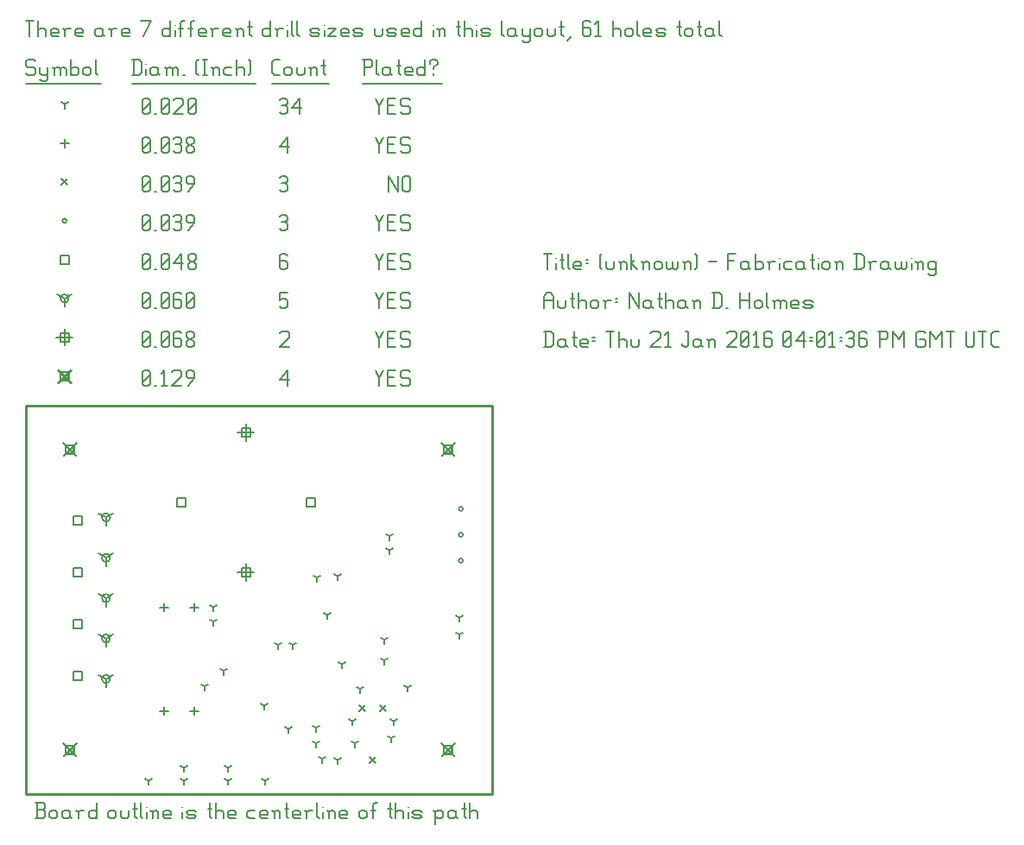
<source format=gbr>
G04 start of page 13 for group -3984 idx -3984 *
G04 Title: (unknown), fab *
G04 Creator: pcb 20140316 *
G04 CreationDate: Thu 21 Jan 2016 04:01:36 PM GMT UTC *
G04 For: ndholmes *
G04 Format: Gerber/RS-274X *
G04 PCB-Dimensions (mil): 1800.00 1500.00 *
G04 PCB-Coordinate-Origin: lower left *
%MOIN*%
%FSLAX25Y25*%
%LNFAB*%
%ADD105C,0.0100*%
%ADD104C,0.0075*%
%ADD103C,0.0060*%
%ADD102R,0.0080X0.0080*%
%ADD101C,0.0001*%
G54D101*G36*
X160600Y135966D02*X165966Y130600D01*
X165400Y130034D01*
X160034Y135400D01*
X160600Y135966D01*
G37*
G36*
X160034Y130600D02*X165400Y135966D01*
X165966Y135400D01*
X160600Y130034D01*
X160034Y130600D01*
G37*
G54D102*X161400Y134600D02*X164600D01*
X161400D02*Y131400D01*
X164600D01*
Y134600D02*Y131400D01*
G54D101*G36*
X14600Y19966D02*X19966Y14600D01*
X19400Y14034D01*
X14034Y19400D01*
X14600Y19966D01*
G37*
G36*
X14034Y14600D02*X19400Y19966D01*
X19966Y19400D01*
X14600Y14034D01*
X14034Y14600D01*
G37*
G54D102*X15400Y18600D02*X18600D01*
X15400D02*Y15400D01*
X18600D01*
Y18600D02*Y15400D01*
G54D101*G36*
X14600Y135966D02*X19966Y130600D01*
X19400Y130034D01*
X14034Y135400D01*
X14600Y135966D01*
G37*
G36*
X14034Y130600D02*X19400Y135966D01*
X19966Y135400D01*
X14600Y130034D01*
X14034Y130600D01*
G37*
G54D102*X15400Y134600D02*X18600D01*
X15400D02*Y131400D01*
X18600D01*
Y134600D02*Y131400D01*
G54D101*G36*
X160600Y19966D02*X165966Y14600D01*
X165400Y14034D01*
X160034Y19400D01*
X160600Y19966D01*
G37*
G36*
X160034Y14600D02*X165400Y19966D01*
X165966Y19400D01*
X160600Y14034D01*
X160034Y14600D01*
G37*
G54D102*X161400Y18600D02*X164600D01*
X161400D02*Y15400D01*
X164600D01*
Y18600D02*Y15400D01*
G54D101*G36*
X12600Y164216D02*X17966Y158850D01*
X17400Y158284D01*
X12034Y163650D01*
X12600Y164216D01*
G37*
G36*
X12034Y158850D02*X17400Y164216D01*
X17966Y163650D01*
X12600Y158284D01*
X12034Y158850D01*
G37*
G54D102*X13400Y162850D02*X16600D01*
X13400D02*Y159650D01*
X16600D01*
Y162850D02*Y159650D01*
G54D103*X135000Y163500D02*X136500Y160500D01*
X138000Y163500D01*
X136500Y160500D02*Y157500D01*
X139800Y160800D02*X142050D01*
X139800Y157500D02*X142800D01*
X139800Y163500D02*Y157500D01*
Y163500D02*X142800D01*
X147600D02*X148350Y162750D01*
X145350Y163500D02*X147600D01*
X144600Y162750D02*X145350Y163500D01*
X144600Y162750D02*Y161250D01*
X145350Y160500D01*
X147600D01*
X148350Y159750D01*
Y158250D01*
X147600Y157500D02*X148350Y158250D01*
X145350Y157500D02*X147600D01*
X144600Y158250D02*X145350Y157500D01*
X98000Y159750D02*X101000Y163500D01*
X98000Y159750D02*X101750D01*
X101000Y163500D02*Y157500D01*
X45000Y158250D02*X45750Y157500D01*
X45000Y162750D02*Y158250D01*
Y162750D02*X45750Y163500D01*
X47250D01*
X48000Y162750D01*
Y158250D01*
X47250Y157500D02*X48000Y158250D01*
X45750Y157500D02*X47250D01*
X45000Y159000D02*X48000Y162000D01*
X49800Y157500D02*X50550D01*
X52350Y162300D02*X53550Y163500D01*
Y157500D01*
X52350D02*X54600D01*
X56400Y162750D02*X57150Y163500D01*
X59400D01*
X60150Y162750D01*
Y161250D01*
X56400Y157500D02*X60150Y161250D01*
X56400Y157500D02*X60150D01*
X62700D02*X64950Y160500D01*
Y162750D02*Y160500D01*
X64200Y163500D02*X64950Y162750D01*
X62700Y163500D02*X64200D01*
X61950Y162750D02*X62700Y163500D01*
X61950Y162750D02*Y161250D01*
X62700Y160500D01*
X64950D01*
X85000Y88700D02*Y82300D01*
X81800Y85500D02*X88200D01*
X83400Y87100D02*X86600D01*
X83400D02*Y83900D01*
X86600D01*
Y87100D02*Y83900D01*
X85000Y142700D02*Y136300D01*
X81800Y139500D02*X88200D01*
X83400Y141100D02*X86600D01*
X83400D02*Y137900D01*
X86600D01*
Y141100D02*Y137900D01*
X15000Y179450D02*Y173050D01*
X11800Y176250D02*X18200D01*
X13400Y177850D02*X16600D01*
X13400D02*Y174650D01*
X16600D01*
Y177850D02*Y174650D01*
X135000Y178500D02*X136500Y175500D01*
X138000Y178500D01*
X136500Y175500D02*Y172500D01*
X139800Y175800D02*X142050D01*
X139800Y172500D02*X142800D01*
X139800Y178500D02*Y172500D01*
Y178500D02*X142800D01*
X147600D02*X148350Y177750D01*
X145350Y178500D02*X147600D01*
X144600Y177750D02*X145350Y178500D01*
X144600Y177750D02*Y176250D01*
X145350Y175500D01*
X147600D01*
X148350Y174750D01*
Y173250D01*
X147600Y172500D02*X148350Y173250D01*
X145350Y172500D02*X147600D01*
X144600Y173250D02*X145350Y172500D01*
X98000Y177750D02*X98750Y178500D01*
X101000D01*
X101750Y177750D01*
Y176250D01*
X98000Y172500D02*X101750Y176250D01*
X98000Y172500D02*X101750D01*
X45000Y173250D02*X45750Y172500D01*
X45000Y177750D02*Y173250D01*
Y177750D02*X45750Y178500D01*
X47250D01*
X48000Y177750D01*
Y173250D01*
X47250Y172500D02*X48000Y173250D01*
X45750Y172500D02*X47250D01*
X45000Y174000D02*X48000Y177000D01*
X49800Y172500D02*X50550D01*
X52350Y173250D02*X53100Y172500D01*
X52350Y177750D02*Y173250D01*
Y177750D02*X53100Y178500D01*
X54600D01*
X55350Y177750D01*
Y173250D01*
X54600Y172500D02*X55350Y173250D01*
X53100Y172500D02*X54600D01*
X52350Y174000D02*X55350Y177000D01*
X59400Y178500D02*X60150Y177750D01*
X57900Y178500D02*X59400D01*
X57150Y177750D02*X57900Y178500D01*
X57150Y177750D02*Y173250D01*
X57900Y172500D01*
X59400Y175800D02*X60150Y175050D01*
X57150Y175800D02*X59400D01*
X57900Y172500D02*X59400D01*
X60150Y173250D01*
Y175050D02*Y173250D01*
X61950D02*X62700Y172500D01*
X61950Y174450D02*Y173250D01*
Y174450D02*X63000Y175500D01*
X63900D01*
X64950Y174450D01*
Y173250D01*
X64200Y172500D02*X64950Y173250D01*
X62700Y172500D02*X64200D01*
X61950Y176550D02*X63000Y175500D01*
X61950Y177750D02*Y176550D01*
Y177750D02*X62700Y178500D01*
X64200D01*
X64950Y177750D01*
Y176550D01*
X63900Y175500D02*X64950Y176550D01*
X31000Y106700D02*Y103500D01*
Y106700D02*X33773Y108300D01*
X31000Y106700D02*X28227Y108300D01*
X29400Y106700D02*G75*G03X32600Y106700I1600J0D01*G01*
G75*G03X29400Y106700I-1600J0D01*G01*
X31000Y91100D02*Y87900D01*
Y91100D02*X33773Y92700D01*
X31000Y91100D02*X28227Y92700D01*
X29400Y91100D02*G75*G03X32600Y91100I1600J0D01*G01*
G75*G03X29400Y91100I-1600J0D01*G01*
X31000Y75500D02*Y72300D01*
Y75500D02*X33773Y77100D01*
X31000Y75500D02*X28227Y77100D01*
X29400Y75500D02*G75*G03X32600Y75500I1600J0D01*G01*
G75*G03X29400Y75500I-1600J0D01*G01*
X31000Y59900D02*Y56700D01*
Y59900D02*X33773Y61500D01*
X31000Y59900D02*X28227Y61500D01*
X29400Y59900D02*G75*G03X32600Y59900I1600J0D01*G01*
G75*G03X29400Y59900I-1600J0D01*G01*
X31000Y44300D02*Y41100D01*
Y44300D02*X33773Y45900D01*
X31000Y44300D02*X28227Y45900D01*
X29400Y44300D02*G75*G03X32600Y44300I1600J0D01*G01*
G75*G03X29400Y44300I-1600J0D01*G01*
X15000Y191250D02*Y188050D01*
Y191250D02*X17773Y192850D01*
X15000Y191250D02*X12227Y192850D01*
X13400Y191250D02*G75*G03X16600Y191250I1600J0D01*G01*
G75*G03X13400Y191250I-1600J0D01*G01*
X135000Y193500D02*X136500Y190500D01*
X138000Y193500D01*
X136500Y190500D02*Y187500D01*
X139800Y190800D02*X142050D01*
X139800Y187500D02*X142800D01*
X139800Y193500D02*Y187500D01*
Y193500D02*X142800D01*
X147600D02*X148350Y192750D01*
X145350Y193500D02*X147600D01*
X144600Y192750D02*X145350Y193500D01*
X144600Y192750D02*Y191250D01*
X145350Y190500D01*
X147600D01*
X148350Y189750D01*
Y188250D01*
X147600Y187500D02*X148350Y188250D01*
X145350Y187500D02*X147600D01*
X144600Y188250D02*X145350Y187500D01*
X98000Y193500D02*X101000D01*
X98000D02*Y190500D01*
X98750Y191250D01*
X100250D01*
X101000Y190500D01*
Y188250D01*
X100250Y187500D02*X101000Y188250D01*
X98750Y187500D02*X100250D01*
X98000Y188250D02*X98750Y187500D01*
X45000Y188250D02*X45750Y187500D01*
X45000Y192750D02*Y188250D01*
Y192750D02*X45750Y193500D01*
X47250D01*
X48000Y192750D01*
Y188250D01*
X47250Y187500D02*X48000Y188250D01*
X45750Y187500D02*X47250D01*
X45000Y189000D02*X48000Y192000D01*
X49800Y187500D02*X50550D01*
X52350Y188250D02*X53100Y187500D01*
X52350Y192750D02*Y188250D01*
Y192750D02*X53100Y193500D01*
X54600D01*
X55350Y192750D01*
Y188250D01*
X54600Y187500D02*X55350Y188250D01*
X53100Y187500D02*X54600D01*
X52350Y189000D02*X55350Y192000D01*
X59400Y193500D02*X60150Y192750D01*
X57900Y193500D02*X59400D01*
X57150Y192750D02*X57900Y193500D01*
X57150Y192750D02*Y188250D01*
X57900Y187500D01*
X59400Y190800D02*X60150Y190050D01*
X57150Y190800D02*X59400D01*
X57900Y187500D02*X59400D01*
X60150Y188250D01*
Y190050D02*Y188250D01*
X61950D02*X62700Y187500D01*
X61950Y192750D02*Y188250D01*
Y192750D02*X62700Y193500D01*
X64200D01*
X64950Y192750D01*
Y188250D01*
X64200Y187500D02*X64950Y188250D01*
X62700Y187500D02*X64200D01*
X61950Y189000D02*X64950Y192000D01*
X108400Y114100D02*X111600D01*
X108400D02*Y110900D01*
X111600D01*
Y114100D02*Y110900D01*
X58400Y114100D02*X61600D01*
X58400D02*Y110900D01*
X61600D01*
Y114100D02*Y110900D01*
X18400Y107100D02*X21600D01*
X18400D02*Y103900D01*
X21600D01*
Y107100D02*Y103900D01*
X18400Y87100D02*X21600D01*
X18400D02*Y83900D01*
X21600D01*
Y87100D02*Y83900D01*
X18400Y67100D02*X21600D01*
X18400D02*Y63900D01*
X21600D01*
Y67100D02*Y63900D01*
X18400Y47100D02*X21600D01*
X18400D02*Y43900D01*
X21600D01*
Y47100D02*Y43900D01*
X13400Y207850D02*X16600D01*
X13400D02*Y204650D01*
X16600D01*
Y207850D02*Y204650D01*
X135000Y208500D02*X136500Y205500D01*
X138000Y208500D01*
X136500Y205500D02*Y202500D01*
X139800Y205800D02*X142050D01*
X139800Y202500D02*X142800D01*
X139800Y208500D02*Y202500D01*
Y208500D02*X142800D01*
X147600D02*X148350Y207750D01*
X145350Y208500D02*X147600D01*
X144600Y207750D02*X145350Y208500D01*
X144600Y207750D02*Y206250D01*
X145350Y205500D01*
X147600D01*
X148350Y204750D01*
Y203250D01*
X147600Y202500D02*X148350Y203250D01*
X145350Y202500D02*X147600D01*
X144600Y203250D02*X145350Y202500D01*
X100250Y208500D02*X101000Y207750D01*
X98750Y208500D02*X100250D01*
X98000Y207750D02*X98750Y208500D01*
X98000Y207750D02*Y203250D01*
X98750Y202500D01*
X100250Y205800D02*X101000Y205050D01*
X98000Y205800D02*X100250D01*
X98750Y202500D02*X100250D01*
X101000Y203250D01*
Y205050D02*Y203250D01*
X45000D02*X45750Y202500D01*
X45000Y207750D02*Y203250D01*
Y207750D02*X45750Y208500D01*
X47250D01*
X48000Y207750D01*
Y203250D01*
X47250Y202500D02*X48000Y203250D01*
X45750Y202500D02*X47250D01*
X45000Y204000D02*X48000Y207000D01*
X49800Y202500D02*X50550D01*
X52350Y203250D02*X53100Y202500D01*
X52350Y207750D02*Y203250D01*
Y207750D02*X53100Y208500D01*
X54600D01*
X55350Y207750D01*
Y203250D01*
X54600Y202500D02*X55350Y203250D01*
X53100Y202500D02*X54600D01*
X52350Y204000D02*X55350Y207000D01*
X57150Y204750D02*X60150Y208500D01*
X57150Y204750D02*X60900D01*
X60150Y208500D02*Y202500D01*
X62700Y203250D02*X63450Y202500D01*
X62700Y204450D02*Y203250D01*
Y204450D02*X63750Y205500D01*
X64650D01*
X65700Y204450D01*
Y203250D01*
X64950Y202500D02*X65700Y203250D01*
X63450Y202500D02*X64950D01*
X62700Y206550D02*X63750Y205500D01*
X62700Y207750D02*Y206550D01*
Y207750D02*X63450Y208500D01*
X64950D01*
X65700Y207750D01*
Y206550D01*
X64650Y205500D02*X65700Y206550D01*
X132800Y14200D02*X135200Y11800D01*
X132800D02*X135200Y14200D01*
X128800Y34200D02*X131200Y31800D01*
X128800D02*X131200Y34200D01*
X136800D02*X139200Y31800D01*
X136800D02*X139200Y34200D01*
X167200Y90000D02*G75*G03X168800Y90000I800J0D01*G01*
G75*G03X167200Y90000I-800J0D01*G01*
Y100000D02*G75*G03X168800Y100000I800J0D01*G01*
G75*G03X167200Y100000I-800J0D01*G01*
Y110000D02*G75*G03X168800Y110000I800J0D01*G01*
G75*G03X167200Y110000I-800J0D01*G01*
X14200Y221250D02*G75*G03X15800Y221250I800J0D01*G01*
G75*G03X14200Y221250I-800J0D01*G01*
X135000Y223500D02*X136500Y220500D01*
X138000Y223500D01*
X136500Y220500D02*Y217500D01*
X139800Y220800D02*X142050D01*
X139800Y217500D02*X142800D01*
X139800Y223500D02*Y217500D01*
Y223500D02*X142800D01*
X147600D02*X148350Y222750D01*
X145350Y223500D02*X147600D01*
X144600Y222750D02*X145350Y223500D01*
X144600Y222750D02*Y221250D01*
X145350Y220500D01*
X147600D01*
X148350Y219750D01*
Y218250D01*
X147600Y217500D02*X148350Y218250D01*
X145350Y217500D02*X147600D01*
X144600Y218250D02*X145350Y217500D01*
X98000Y222750D02*X98750Y223500D01*
X100250D01*
X101000Y222750D01*
X100250Y217500D02*X101000Y218250D01*
X98750Y217500D02*X100250D01*
X98000Y218250D02*X98750Y217500D01*
Y220800D02*X100250D01*
X101000Y222750D02*Y221550D01*
Y220050D02*Y218250D01*
Y220050D02*X100250Y220800D01*
X101000Y221550D02*X100250Y220800D01*
X13800Y237450D02*X16200Y235050D01*
X13800D02*X16200Y237450D01*
X140000Y238500D02*Y232500D01*
Y238500D02*X143750Y232500D01*
Y238500D02*Y232500D01*
X145550Y237750D02*Y233250D01*
Y237750D02*X146300Y238500D01*
X147800D01*
X148550Y237750D01*
Y233250D01*
X147800Y232500D02*X148550Y233250D01*
X146300Y232500D02*X147800D01*
X145550Y233250D02*X146300Y232500D01*
X98000Y237750D02*X98750Y238500D01*
X100250D01*
X101000Y237750D01*
X100250Y232500D02*X101000Y233250D01*
X98750Y232500D02*X100250D01*
X98000Y233250D02*X98750Y232500D01*
Y235800D02*X100250D01*
X101000Y237750D02*Y236550D01*
Y235050D02*Y233250D01*
Y235050D02*X100250Y235800D01*
X101000Y236550D02*X100250Y235800D01*
X45000Y233250D02*X45750Y232500D01*
X45000Y237750D02*Y233250D01*
Y237750D02*X45750Y238500D01*
X47250D01*
X48000Y237750D01*
Y233250D01*
X47250Y232500D02*X48000Y233250D01*
X45750Y232500D02*X47250D01*
X45000Y234000D02*X48000Y237000D01*
X49800Y232500D02*X50550D01*
X52350Y233250D02*X53100Y232500D01*
X52350Y237750D02*Y233250D01*
Y237750D02*X53100Y238500D01*
X54600D01*
X55350Y237750D01*
Y233250D01*
X54600Y232500D02*X55350Y233250D01*
X53100Y232500D02*X54600D01*
X52350Y234000D02*X55350Y237000D01*
X57150Y237750D02*X57900Y238500D01*
X59400D01*
X60150Y237750D01*
X59400Y232500D02*X60150Y233250D01*
X57900Y232500D02*X59400D01*
X57150Y233250D02*X57900Y232500D01*
Y235800D02*X59400D01*
X60150Y237750D02*Y236550D01*
Y235050D02*Y233250D01*
Y235050D02*X59400Y235800D01*
X60150Y236550D02*X59400Y235800D01*
X62700Y232500D02*X64950Y235500D01*
Y237750D02*Y235500D01*
X64200Y238500D02*X64950Y237750D01*
X62700Y238500D02*X64200D01*
X61950Y237750D02*X62700Y238500D01*
X61950Y237750D02*Y236250D01*
X62700Y235500D01*
X64950D01*
X45000Y218250D02*X45750Y217500D01*
X45000Y222750D02*Y218250D01*
Y222750D02*X45750Y223500D01*
X47250D01*
X48000Y222750D01*
Y218250D01*
X47250Y217500D02*X48000Y218250D01*
X45750Y217500D02*X47250D01*
X45000Y219000D02*X48000Y222000D01*
X49800Y217500D02*X50550D01*
X52350Y218250D02*X53100Y217500D01*
X52350Y222750D02*Y218250D01*
Y222750D02*X53100Y223500D01*
X54600D01*
X55350Y222750D01*
Y218250D01*
X54600Y217500D02*X55350Y218250D01*
X53100Y217500D02*X54600D01*
X52350Y219000D02*X55350Y222000D01*
X57150Y222750D02*X57900Y223500D01*
X59400D01*
X60150Y222750D01*
X59400Y217500D02*X60150Y218250D01*
X57900Y217500D02*X59400D01*
X57150Y218250D02*X57900Y217500D01*
Y220800D02*X59400D01*
X60150Y222750D02*Y221550D01*
Y220050D02*Y218250D01*
Y220050D02*X59400Y220800D01*
X60150Y221550D02*X59400Y220800D01*
X62700Y217500D02*X64950Y220500D01*
Y222750D02*Y220500D01*
X64200Y223500D02*X64950Y222750D01*
X62700Y223500D02*X64200D01*
X61950Y222750D02*X62700Y223500D01*
X61950Y222750D02*Y221250D01*
X62700Y220500D01*
X64950D01*
X53500Y73600D02*Y70400D01*
X51900Y72000D02*X55100D01*
X53500Y33600D02*Y30400D01*
X51900Y32000D02*X55100D01*
X65000Y73600D02*Y70400D01*
X63400Y72000D02*X66600D01*
X65000Y33600D02*Y30400D01*
X63400Y32000D02*X66600D01*
X15000Y252850D02*Y249650D01*
X13400Y251250D02*X16600D01*
X135000Y253500D02*X136500Y250500D01*
X138000Y253500D01*
X136500Y250500D02*Y247500D01*
X139800Y250800D02*X142050D01*
X139800Y247500D02*X142800D01*
X139800Y253500D02*Y247500D01*
Y253500D02*X142800D01*
X147600D02*X148350Y252750D01*
X145350Y253500D02*X147600D01*
X144600Y252750D02*X145350Y253500D01*
X144600Y252750D02*Y251250D01*
X145350Y250500D01*
X147600D01*
X148350Y249750D01*
Y248250D01*
X147600Y247500D02*X148350Y248250D01*
X145350Y247500D02*X147600D01*
X144600Y248250D02*X145350Y247500D01*
X98000Y249750D02*X101000Y253500D01*
X98000Y249750D02*X101750D01*
X101000Y253500D02*Y247500D01*
X45000Y248250D02*X45750Y247500D01*
X45000Y252750D02*Y248250D01*
Y252750D02*X45750Y253500D01*
X47250D01*
X48000Y252750D01*
Y248250D01*
X47250Y247500D02*X48000Y248250D01*
X45750Y247500D02*X47250D01*
X45000Y249000D02*X48000Y252000D01*
X49800Y247500D02*X50550D01*
X52350Y248250D02*X53100Y247500D01*
X52350Y252750D02*Y248250D01*
Y252750D02*X53100Y253500D01*
X54600D01*
X55350Y252750D01*
Y248250D01*
X54600Y247500D02*X55350Y248250D01*
X53100Y247500D02*X54600D01*
X52350Y249000D02*X55350Y252000D01*
X57150Y252750D02*X57900Y253500D01*
X59400D01*
X60150Y252750D01*
X59400Y247500D02*X60150Y248250D01*
X57900Y247500D02*X59400D01*
X57150Y248250D02*X57900Y247500D01*
Y250800D02*X59400D01*
X60150Y252750D02*Y251550D01*
Y250050D02*Y248250D01*
Y250050D02*X59400Y250800D01*
X60150Y251550D02*X59400Y250800D01*
X61950Y248250D02*X62700Y247500D01*
X61950Y249450D02*Y248250D01*
Y249450D02*X63000Y250500D01*
X63900D01*
X64950Y249450D01*
Y248250D01*
X64200Y247500D02*X64950Y248250D01*
X62700Y247500D02*X64200D01*
X61950Y251550D02*X63000Y250500D01*
X61950Y252750D02*Y251550D01*
Y252750D02*X62700Y253500D01*
X64200D01*
X64950Y252750D01*
Y251550D01*
X63900Y250500D02*X64950Y251550D01*
X142000Y28000D02*Y26400D01*
Y28000D02*X143387Y28800D01*
X142000Y28000D02*X140613Y28800D01*
X112000Y19500D02*Y17900D01*
Y19500D02*X113387Y20300D01*
X112000Y19500D02*X110613Y20300D01*
X101500Y25000D02*Y23400D01*
Y25000D02*X102887Y25800D01*
X101500Y25000D02*X100113Y25800D01*
X61000Y10000D02*Y8400D01*
Y10000D02*X62387Y10800D01*
X61000Y10000D02*X59613Y10800D01*
X61000Y5000D02*Y3400D01*
Y5000D02*X62387Y5800D01*
X61000Y5000D02*X59613Y5800D01*
X78000Y10000D02*Y8400D01*
Y10000D02*X79387Y10800D01*
X78000Y10000D02*X76613Y10800D01*
X78000Y5000D02*Y3400D01*
Y5000D02*X79387Y5800D01*
X78000Y5000D02*X76613Y5800D01*
X120500Y13000D02*Y11400D01*
Y13000D02*X121887Y13800D01*
X120500Y13000D02*X119113Y13800D01*
X127000Y19500D02*Y17900D01*
Y19500D02*X128387Y20300D01*
X127000Y19500D02*X125613Y20300D01*
X141000Y21500D02*Y19900D01*
Y21500D02*X142387Y22300D01*
X141000Y21500D02*X139613Y22300D01*
X114500Y13500D02*Y11900D01*
Y13500D02*X115887Y14300D01*
X114500Y13500D02*X113113Y14300D01*
X126000Y28000D02*Y26400D01*
Y28000D02*X127387Y28800D01*
X126000Y28000D02*X124613Y28800D01*
X112000Y25500D02*Y23900D01*
Y25500D02*X113387Y26300D01*
X112000Y25500D02*X110613Y26300D01*
X122000Y50000D02*Y48400D01*
Y50000D02*X123387Y50800D01*
X122000Y50000D02*X120613Y50800D01*
X116500Y69000D02*Y67400D01*
Y69000D02*X117887Y69800D01*
X116500Y69000D02*X115113Y69800D01*
X112500Y83500D02*Y81900D01*
Y83500D02*X113887Y84300D01*
X112500Y83500D02*X111113Y84300D01*
X138500Y51500D02*Y49900D01*
Y51500D02*X139887Y52300D01*
X138500Y51500D02*X137113Y52300D01*
X103000Y57500D02*Y55900D01*
Y57500D02*X104387Y58300D01*
X103000Y57500D02*X101613Y58300D01*
X140500Y94000D02*Y92400D01*
Y94000D02*X141887Y94800D01*
X140500Y94000D02*X139113Y94800D01*
X138500Y59500D02*Y57900D01*
Y59500D02*X139887Y60300D01*
X138500Y59500D02*X137113Y60300D01*
X129000Y40500D02*Y38900D01*
Y40500D02*X130387Y41300D01*
X129000Y40500D02*X127613Y41300D01*
X147500Y41000D02*Y39400D01*
Y41000D02*X148887Y41800D01*
X147500Y41000D02*X146113Y41800D01*
X167500Y68000D02*Y66400D01*
Y68000D02*X168887Y68800D01*
X167500Y68000D02*X166113Y68800D01*
X167500Y61500D02*Y59900D01*
Y61500D02*X168887Y62300D01*
X167500Y61500D02*X166113Y62300D01*
X120500Y84000D02*Y82400D01*
Y84000D02*X121887Y84800D01*
X120500Y84000D02*X119113Y84800D01*
X140500Y99500D02*Y97900D01*
Y99500D02*X141887Y100300D01*
X140500Y99500D02*X139113Y100300D01*
X92500Y5000D02*Y3400D01*
Y5000D02*X93887Y5800D01*
X92500Y5000D02*X91113Y5800D01*
X47500Y5000D02*Y3400D01*
Y5000D02*X48887Y5800D01*
X47500Y5000D02*X46113Y5800D01*
X69000Y41500D02*Y39900D01*
Y41500D02*X70387Y42300D01*
X69000Y41500D02*X67613Y42300D01*
X76500Y47500D02*Y45900D01*
Y47500D02*X77887Y48300D01*
X76500Y47500D02*X75113Y48300D01*
X92000Y34000D02*Y32400D01*
Y34000D02*X93387Y34800D01*
X92000Y34000D02*X90613Y34800D01*
X97500Y57500D02*Y55900D01*
Y57500D02*X98887Y58300D01*
X97500Y57500D02*X96113Y58300D01*
X72500Y72000D02*Y70400D01*
Y72000D02*X73887Y72800D01*
X72500Y72000D02*X71113Y72800D01*
X72500Y66500D02*Y64900D01*
Y66500D02*X73887Y67300D01*
X72500Y66500D02*X71113Y67300D01*
X15000Y266250D02*Y264650D01*
Y266250D02*X16387Y267050D01*
X15000Y266250D02*X13613Y267050D01*
X135000Y268500D02*X136500Y265500D01*
X138000Y268500D01*
X136500Y265500D02*Y262500D01*
X139800Y265800D02*X142050D01*
X139800Y262500D02*X142800D01*
X139800Y268500D02*Y262500D01*
Y268500D02*X142800D01*
X147600D02*X148350Y267750D01*
X145350Y268500D02*X147600D01*
X144600Y267750D02*X145350Y268500D01*
X144600Y267750D02*Y266250D01*
X145350Y265500D01*
X147600D01*
X148350Y264750D01*
Y263250D01*
X147600Y262500D02*X148350Y263250D01*
X145350Y262500D02*X147600D01*
X144600Y263250D02*X145350Y262500D01*
X98000Y267750D02*X98750Y268500D01*
X100250D01*
X101000Y267750D01*
X100250Y262500D02*X101000Y263250D01*
X98750Y262500D02*X100250D01*
X98000Y263250D02*X98750Y262500D01*
Y265800D02*X100250D01*
X101000Y267750D02*Y266550D01*
Y265050D02*Y263250D01*
Y265050D02*X100250Y265800D01*
X101000Y266550D02*X100250Y265800D01*
X102800Y264750D02*X105800Y268500D01*
X102800Y264750D02*X106550D01*
X105800Y268500D02*Y262500D01*
X45000Y263250D02*X45750Y262500D01*
X45000Y267750D02*Y263250D01*
Y267750D02*X45750Y268500D01*
X47250D01*
X48000Y267750D01*
Y263250D01*
X47250Y262500D02*X48000Y263250D01*
X45750Y262500D02*X47250D01*
X45000Y264000D02*X48000Y267000D01*
X49800Y262500D02*X50550D01*
X52350Y263250D02*X53100Y262500D01*
X52350Y267750D02*Y263250D01*
Y267750D02*X53100Y268500D01*
X54600D01*
X55350Y267750D01*
Y263250D01*
X54600Y262500D02*X55350Y263250D01*
X53100Y262500D02*X54600D01*
X52350Y264000D02*X55350Y267000D01*
X57150Y267750D02*X57900Y268500D01*
X60150D01*
X60900Y267750D01*
Y266250D01*
X57150Y262500D02*X60900Y266250D01*
X57150Y262500D02*X60900D01*
X62700Y263250D02*X63450Y262500D01*
X62700Y267750D02*Y263250D01*
Y267750D02*X63450Y268500D01*
X64950D01*
X65700Y267750D01*
Y263250D01*
X64950Y262500D02*X65700Y263250D01*
X63450Y262500D02*X64950D01*
X62700Y264000D02*X65700Y267000D01*
X3000Y283500D02*X3750Y282750D01*
X750Y283500D02*X3000D01*
X0Y282750D02*X750Y283500D01*
X0Y282750D02*Y281250D01*
X750Y280500D01*
X3000D01*
X3750Y279750D01*
Y278250D01*
X3000Y277500D02*X3750Y278250D01*
X750Y277500D02*X3000D01*
X0Y278250D02*X750Y277500D01*
X5550Y280500D02*Y278250D01*
X6300Y277500D01*
X8550Y280500D02*Y276000D01*
X7800Y275250D02*X8550Y276000D01*
X6300Y275250D02*X7800D01*
X5550Y276000D02*X6300Y275250D01*
Y277500D02*X7800D01*
X8550Y278250D01*
X11100Y279750D02*Y277500D01*
Y279750D02*X11850Y280500D01*
X12600D01*
X13350Y279750D01*
Y277500D01*
Y279750D02*X14100Y280500D01*
X14850D01*
X15600Y279750D01*
Y277500D01*
X10350Y280500D02*X11100Y279750D01*
X17400Y283500D02*Y277500D01*
Y278250D02*X18150Y277500D01*
X19650D01*
X20400Y278250D01*
Y279750D02*Y278250D01*
X19650Y280500D02*X20400Y279750D01*
X18150Y280500D02*X19650D01*
X17400Y279750D02*X18150Y280500D01*
X22200Y279750D02*Y278250D01*
Y279750D02*X22950Y280500D01*
X24450D01*
X25200Y279750D01*
Y278250D01*
X24450Y277500D02*X25200Y278250D01*
X22950Y277500D02*X24450D01*
X22200Y278250D02*X22950Y277500D01*
X27000Y283500D02*Y278250D01*
X27750Y277500D01*
X0Y274250D02*X29250D01*
X41750Y283500D02*Y277500D01*
X43700Y283500D02*X44750Y282450D01*
Y278550D01*
X43700Y277500D02*X44750Y278550D01*
X41000Y277500D02*X43700D01*
X41000Y283500D02*X43700D01*
G54D104*X46550Y282000D02*Y281850D01*
G54D103*Y279750D02*Y277500D01*
X50300Y280500D02*X51050Y279750D01*
X48800Y280500D02*X50300D01*
X48050Y279750D02*X48800Y280500D01*
X48050Y279750D02*Y278250D01*
X48800Y277500D01*
X51050Y280500D02*Y278250D01*
X51800Y277500D01*
X48800D02*X50300D01*
X51050Y278250D01*
X54350Y279750D02*Y277500D01*
Y279750D02*X55100Y280500D01*
X55850D01*
X56600Y279750D01*
Y277500D01*
Y279750D02*X57350Y280500D01*
X58100D01*
X58850Y279750D01*
Y277500D01*
X53600Y280500D02*X54350Y279750D01*
X60650Y277500D02*X61400D01*
X65900Y278250D02*X66650Y277500D01*
X65900Y282750D02*X66650Y283500D01*
X65900Y282750D02*Y278250D01*
X68450Y283500D02*X69950D01*
X69200D02*Y277500D01*
X68450D02*X69950D01*
X72500Y279750D02*Y277500D01*
Y279750D02*X73250Y280500D01*
X74000D01*
X74750Y279750D01*
Y277500D01*
X71750Y280500D02*X72500Y279750D01*
X77300Y280500D02*X79550D01*
X76550Y279750D02*X77300Y280500D01*
X76550Y279750D02*Y278250D01*
X77300Y277500D01*
X79550D01*
X81350Y283500D02*Y277500D01*
Y279750D02*X82100Y280500D01*
X83600D01*
X84350Y279750D01*
Y277500D01*
X86150Y283500D02*X86900Y282750D01*
Y278250D01*
X86150Y277500D02*X86900Y278250D01*
X41000Y274250D02*X88700D01*
X96050Y277500D02*X98000D01*
X95000Y278550D02*X96050Y277500D01*
X95000Y282450D02*Y278550D01*
Y282450D02*X96050Y283500D01*
X98000D01*
X99800Y279750D02*Y278250D01*
Y279750D02*X100550Y280500D01*
X102050D01*
X102800Y279750D01*
Y278250D01*
X102050Y277500D02*X102800Y278250D01*
X100550Y277500D02*X102050D01*
X99800Y278250D02*X100550Y277500D01*
X104600Y280500D02*Y278250D01*
X105350Y277500D01*
X106850D01*
X107600Y278250D01*
Y280500D02*Y278250D01*
X110150Y279750D02*Y277500D01*
Y279750D02*X110900Y280500D01*
X111650D01*
X112400Y279750D01*
Y277500D01*
X109400Y280500D02*X110150Y279750D01*
X114950Y283500D02*Y278250D01*
X115700Y277500D01*
X114200Y281250D02*X115700D01*
X95000Y274250D02*X117200D01*
X130750Y283500D02*Y277500D01*
X130000Y283500D02*X133000D01*
X133750Y282750D01*
Y281250D01*
X133000Y280500D02*X133750Y281250D01*
X130750Y280500D02*X133000D01*
X135550Y283500D02*Y278250D01*
X136300Y277500D01*
X140050Y280500D02*X140800Y279750D01*
X138550Y280500D02*X140050D01*
X137800Y279750D02*X138550Y280500D01*
X137800Y279750D02*Y278250D01*
X138550Y277500D01*
X140800Y280500D02*Y278250D01*
X141550Y277500D01*
X138550D02*X140050D01*
X140800Y278250D01*
X144100Y283500D02*Y278250D01*
X144850Y277500D01*
X143350Y281250D02*X144850D01*
X147100Y277500D02*X149350D01*
X146350Y278250D02*X147100Y277500D01*
X146350Y279750D02*Y278250D01*
Y279750D02*X147100Y280500D01*
X148600D01*
X149350Y279750D01*
X146350Y279000D02*X149350D01*
Y279750D02*Y279000D01*
X154150Y283500D02*Y277500D01*
X153400D02*X154150Y278250D01*
X151900Y277500D02*X153400D01*
X151150Y278250D02*X151900Y277500D01*
X151150Y279750D02*Y278250D01*
Y279750D02*X151900Y280500D01*
X153400D01*
X154150Y279750D01*
X157450Y280500D02*Y279750D01*
Y278250D02*Y277500D01*
X155950Y282750D02*Y282000D01*
Y282750D02*X156700Y283500D01*
X158200D01*
X158950Y282750D01*
Y282000D01*
X157450Y280500D02*X158950Y282000D01*
X130000Y274250D02*X160750D01*
X0Y298500D02*X3000D01*
X1500D02*Y292500D01*
X4800Y298500D02*Y292500D01*
Y294750D02*X5550Y295500D01*
X7050D01*
X7800Y294750D01*
Y292500D01*
X10350D02*X12600D01*
X9600Y293250D02*X10350Y292500D01*
X9600Y294750D02*Y293250D01*
Y294750D02*X10350Y295500D01*
X11850D01*
X12600Y294750D01*
X9600Y294000D02*X12600D01*
Y294750D02*Y294000D01*
X15150Y294750D02*Y292500D01*
Y294750D02*X15900Y295500D01*
X17400D01*
X14400D02*X15150Y294750D01*
X19950Y292500D02*X22200D01*
X19200Y293250D02*X19950Y292500D01*
X19200Y294750D02*Y293250D01*
Y294750D02*X19950Y295500D01*
X21450D01*
X22200Y294750D01*
X19200Y294000D02*X22200D01*
Y294750D02*Y294000D01*
X28950Y295500D02*X29700Y294750D01*
X27450Y295500D02*X28950D01*
X26700Y294750D02*X27450Y295500D01*
X26700Y294750D02*Y293250D01*
X27450Y292500D01*
X29700Y295500D02*Y293250D01*
X30450Y292500D01*
X27450D02*X28950D01*
X29700Y293250D01*
X33000Y294750D02*Y292500D01*
Y294750D02*X33750Y295500D01*
X35250D01*
X32250D02*X33000Y294750D01*
X37800Y292500D02*X40050D01*
X37050Y293250D02*X37800Y292500D01*
X37050Y294750D02*Y293250D01*
Y294750D02*X37800Y295500D01*
X39300D01*
X40050Y294750D01*
X37050Y294000D02*X40050D01*
Y294750D02*Y294000D01*
X45300Y292500D02*X48300Y298500D01*
X44550D02*X48300D01*
X55800D02*Y292500D01*
X55050D02*X55800Y293250D01*
X53550Y292500D02*X55050D01*
X52800Y293250D02*X53550Y292500D01*
X52800Y294750D02*Y293250D01*
Y294750D02*X53550Y295500D01*
X55050D01*
X55800Y294750D01*
G54D104*X57600Y297000D02*Y296850D01*
G54D103*Y294750D02*Y292500D01*
X59850Y297750D02*Y292500D01*
Y297750D02*X60600Y298500D01*
X61350D01*
X59100Y295500D02*X60600D01*
X63600Y297750D02*Y292500D01*
Y297750D02*X64350Y298500D01*
X65100D01*
X62850Y295500D02*X64350D01*
X67350Y292500D02*X69600D01*
X66600Y293250D02*X67350Y292500D01*
X66600Y294750D02*Y293250D01*
Y294750D02*X67350Y295500D01*
X68850D01*
X69600Y294750D01*
X66600Y294000D02*X69600D01*
Y294750D02*Y294000D01*
X72150Y294750D02*Y292500D01*
Y294750D02*X72900Y295500D01*
X74400D01*
X71400D02*X72150Y294750D01*
X76950Y292500D02*X79200D01*
X76200Y293250D02*X76950Y292500D01*
X76200Y294750D02*Y293250D01*
Y294750D02*X76950Y295500D01*
X78450D01*
X79200Y294750D01*
X76200Y294000D02*X79200D01*
Y294750D02*Y294000D01*
X81750Y294750D02*Y292500D01*
Y294750D02*X82500Y295500D01*
X83250D01*
X84000Y294750D01*
Y292500D01*
X81000Y295500D02*X81750Y294750D01*
X86550Y298500D02*Y293250D01*
X87300Y292500D01*
X85800Y296250D02*X87300D01*
X94500Y298500D02*Y292500D01*
X93750D02*X94500Y293250D01*
X92250Y292500D02*X93750D01*
X91500Y293250D02*X92250Y292500D01*
X91500Y294750D02*Y293250D01*
Y294750D02*X92250Y295500D01*
X93750D01*
X94500Y294750D01*
X97050D02*Y292500D01*
Y294750D02*X97800Y295500D01*
X99300D01*
X96300D02*X97050Y294750D01*
G54D104*X101100Y297000D02*Y296850D01*
G54D103*Y294750D02*Y292500D01*
X102600Y298500D02*Y293250D01*
X103350Y292500D01*
X104850Y298500D02*Y293250D01*
X105600Y292500D01*
X110550D02*X112800D01*
X113550Y293250D01*
X112800Y294000D02*X113550Y293250D01*
X110550Y294000D02*X112800D01*
X109800Y294750D02*X110550Y294000D01*
X109800Y294750D02*X110550Y295500D01*
X112800D01*
X113550Y294750D01*
X109800Y293250D02*X110550Y292500D01*
G54D104*X115350Y297000D02*Y296850D01*
G54D103*Y294750D02*Y292500D01*
X116850Y295500D02*X119850D01*
X116850Y292500D02*X119850Y295500D01*
X116850Y292500D02*X119850D01*
X122400D02*X124650D01*
X121650Y293250D02*X122400Y292500D01*
X121650Y294750D02*Y293250D01*
Y294750D02*X122400Y295500D01*
X123900D01*
X124650Y294750D01*
X121650Y294000D02*X124650D01*
Y294750D02*Y294000D01*
X127200Y292500D02*X129450D01*
X130200Y293250D01*
X129450Y294000D02*X130200Y293250D01*
X127200Y294000D02*X129450D01*
X126450Y294750D02*X127200Y294000D01*
X126450Y294750D02*X127200Y295500D01*
X129450D01*
X130200Y294750D01*
X126450Y293250D02*X127200Y292500D01*
X134700Y295500D02*Y293250D01*
X135450Y292500D01*
X136950D01*
X137700Y293250D01*
Y295500D02*Y293250D01*
X140250Y292500D02*X142500D01*
X143250Y293250D01*
X142500Y294000D02*X143250Y293250D01*
X140250Y294000D02*X142500D01*
X139500Y294750D02*X140250Y294000D01*
X139500Y294750D02*X140250Y295500D01*
X142500D01*
X143250Y294750D01*
X139500Y293250D02*X140250Y292500D01*
X145800D02*X148050D01*
X145050Y293250D02*X145800Y292500D01*
X145050Y294750D02*Y293250D01*
Y294750D02*X145800Y295500D01*
X147300D01*
X148050Y294750D01*
X145050Y294000D02*X148050D01*
Y294750D02*Y294000D01*
X152850Y298500D02*Y292500D01*
X152100D02*X152850Y293250D01*
X150600Y292500D02*X152100D01*
X149850Y293250D02*X150600Y292500D01*
X149850Y294750D02*Y293250D01*
Y294750D02*X150600Y295500D01*
X152100D01*
X152850Y294750D01*
G54D104*X157350Y297000D02*Y296850D01*
G54D103*Y294750D02*Y292500D01*
X159600Y294750D02*Y292500D01*
Y294750D02*X160350Y295500D01*
X161100D01*
X161850Y294750D01*
Y292500D01*
X158850Y295500D02*X159600Y294750D01*
X167100Y298500D02*Y293250D01*
X167850Y292500D01*
X166350Y296250D02*X167850D01*
X169350Y298500D02*Y292500D01*
Y294750D02*X170100Y295500D01*
X171600D01*
X172350Y294750D01*
Y292500D01*
G54D104*X174150Y297000D02*Y296850D01*
G54D103*Y294750D02*Y292500D01*
X176400D02*X178650D01*
X179400Y293250D01*
X178650Y294000D02*X179400Y293250D01*
X176400Y294000D02*X178650D01*
X175650Y294750D02*X176400Y294000D01*
X175650Y294750D02*X176400Y295500D01*
X178650D01*
X179400Y294750D01*
X175650Y293250D02*X176400Y292500D01*
X183900Y298500D02*Y293250D01*
X184650Y292500D01*
X188400Y295500D02*X189150Y294750D01*
X186900Y295500D02*X188400D01*
X186150Y294750D02*X186900Y295500D01*
X186150Y294750D02*Y293250D01*
X186900Y292500D01*
X189150Y295500D02*Y293250D01*
X189900Y292500D01*
X186900D02*X188400D01*
X189150Y293250D01*
X191700Y295500D02*Y293250D01*
X192450Y292500D01*
X194700Y295500D02*Y291000D01*
X193950Y290250D02*X194700Y291000D01*
X192450Y290250D02*X193950D01*
X191700Y291000D02*X192450Y290250D01*
Y292500D02*X193950D01*
X194700Y293250D01*
X196500Y294750D02*Y293250D01*
Y294750D02*X197250Y295500D01*
X198750D01*
X199500Y294750D01*
Y293250D01*
X198750Y292500D02*X199500Y293250D01*
X197250Y292500D02*X198750D01*
X196500Y293250D02*X197250Y292500D01*
X201300Y295500D02*Y293250D01*
X202050Y292500D01*
X203550D01*
X204300Y293250D01*
Y295500D02*Y293250D01*
X206850Y298500D02*Y293250D01*
X207600Y292500D01*
X206100Y296250D02*X207600D01*
X209100Y291000D02*X210600Y292500D01*
X217350Y298500D02*X218100Y297750D01*
X215850Y298500D02*X217350D01*
X215100Y297750D02*X215850Y298500D01*
X215100Y297750D02*Y293250D01*
X215850Y292500D01*
X217350Y295800D02*X218100Y295050D01*
X215100Y295800D02*X217350D01*
X215850Y292500D02*X217350D01*
X218100Y293250D01*
Y295050D02*Y293250D01*
X219900Y297300D02*X221100Y298500D01*
Y292500D01*
X219900D02*X222150D01*
X226650Y298500D02*Y292500D01*
Y294750D02*X227400Y295500D01*
X228900D01*
X229650Y294750D01*
Y292500D01*
X231450Y294750D02*Y293250D01*
Y294750D02*X232200Y295500D01*
X233700D01*
X234450Y294750D01*
Y293250D01*
X233700Y292500D02*X234450Y293250D01*
X232200Y292500D02*X233700D01*
X231450Y293250D02*X232200Y292500D01*
X236250Y298500D02*Y293250D01*
X237000Y292500D01*
X239250D02*X241500D01*
X238500Y293250D02*X239250Y292500D01*
X238500Y294750D02*Y293250D01*
Y294750D02*X239250Y295500D01*
X240750D01*
X241500Y294750D01*
X238500Y294000D02*X241500D01*
Y294750D02*Y294000D01*
X244050Y292500D02*X246300D01*
X247050Y293250D01*
X246300Y294000D02*X247050Y293250D01*
X244050Y294000D02*X246300D01*
X243300Y294750D02*X244050Y294000D01*
X243300Y294750D02*X244050Y295500D01*
X246300D01*
X247050Y294750D01*
X243300Y293250D02*X244050Y292500D01*
X252300Y298500D02*Y293250D01*
X253050Y292500D01*
X251550Y296250D02*X253050D01*
X254550Y294750D02*Y293250D01*
Y294750D02*X255300Y295500D01*
X256800D01*
X257550Y294750D01*
Y293250D01*
X256800Y292500D02*X257550Y293250D01*
X255300Y292500D02*X256800D01*
X254550Y293250D02*X255300Y292500D01*
X260100Y298500D02*Y293250D01*
X260850Y292500D01*
X259350Y296250D02*X260850D01*
X264600Y295500D02*X265350Y294750D01*
X263100Y295500D02*X264600D01*
X262350Y294750D02*X263100Y295500D01*
X262350Y294750D02*Y293250D01*
X263100Y292500D01*
X265350Y295500D02*Y293250D01*
X266100Y292500D01*
X263100D02*X264600D01*
X265350Y293250D01*
X267900Y298500D02*Y293250D01*
X268650Y292500D01*
G54D105*X0Y150000D02*X180000D01*
Y0D01*
X0D01*
Y150000D01*
G54D103*X3675Y-9500D02*X6675D01*
X7425Y-8750D01*
Y-6950D02*Y-8750D01*
X6675Y-6200D02*X7425Y-6950D01*
X4425Y-6200D02*X6675D01*
X4425Y-3500D02*Y-9500D01*
X3675Y-3500D02*X6675D01*
X7425Y-4250D01*
Y-5450D01*
X6675Y-6200D02*X7425Y-5450D01*
X9225Y-7250D02*Y-8750D01*
Y-7250D02*X9975Y-6500D01*
X11475D01*
X12225Y-7250D01*
Y-8750D01*
X11475Y-9500D02*X12225Y-8750D01*
X9975Y-9500D02*X11475D01*
X9225Y-8750D02*X9975Y-9500D01*
X16275Y-6500D02*X17025Y-7250D01*
X14775Y-6500D02*X16275D01*
X14025Y-7250D02*X14775Y-6500D01*
X14025Y-7250D02*Y-8750D01*
X14775Y-9500D01*
X17025Y-6500D02*Y-8750D01*
X17775Y-9500D01*
X14775D02*X16275D01*
X17025Y-8750D01*
X20325Y-7250D02*Y-9500D01*
Y-7250D02*X21075Y-6500D01*
X22575D01*
X19575D02*X20325Y-7250D01*
X27375Y-3500D02*Y-9500D01*
X26625D02*X27375Y-8750D01*
X25125Y-9500D02*X26625D01*
X24375Y-8750D02*X25125Y-9500D01*
X24375Y-7250D02*Y-8750D01*
Y-7250D02*X25125Y-6500D01*
X26625D01*
X27375Y-7250D01*
X31875D02*Y-8750D01*
Y-7250D02*X32625Y-6500D01*
X34125D01*
X34875Y-7250D01*
Y-8750D01*
X34125Y-9500D02*X34875Y-8750D01*
X32625Y-9500D02*X34125D01*
X31875Y-8750D02*X32625Y-9500D01*
X36675Y-6500D02*Y-8750D01*
X37425Y-9500D01*
X38925D01*
X39675Y-8750D01*
Y-6500D02*Y-8750D01*
X42225Y-3500D02*Y-8750D01*
X42975Y-9500D01*
X41475Y-5750D02*X42975D01*
X44475Y-3500D02*Y-8750D01*
X45225Y-9500D01*
G54D104*X46725Y-5000D02*Y-5150D01*
G54D103*Y-7250D02*Y-9500D01*
X48975Y-7250D02*Y-9500D01*
Y-7250D02*X49725Y-6500D01*
X50475D01*
X51225Y-7250D01*
Y-9500D01*
X48225Y-6500D02*X48975Y-7250D01*
X53775Y-9500D02*X56025D01*
X53025Y-8750D02*X53775Y-9500D01*
X53025Y-7250D02*Y-8750D01*
Y-7250D02*X53775Y-6500D01*
X55275D01*
X56025Y-7250D01*
X53025Y-8000D02*X56025D01*
Y-7250D02*Y-8000D01*
G54D104*X60525Y-5000D02*Y-5150D01*
G54D103*Y-7250D02*Y-9500D01*
X62775D02*X65025D01*
X65775Y-8750D01*
X65025Y-8000D02*X65775Y-8750D01*
X62775Y-8000D02*X65025D01*
X62025Y-7250D02*X62775Y-8000D01*
X62025Y-7250D02*X62775Y-6500D01*
X65025D01*
X65775Y-7250D01*
X62025Y-8750D02*X62775Y-9500D01*
X71025Y-3500D02*Y-8750D01*
X71775Y-9500D01*
X70275Y-5750D02*X71775D01*
X73275Y-3500D02*Y-9500D01*
Y-7250D02*X74025Y-6500D01*
X75525D01*
X76275Y-7250D01*
Y-9500D01*
X78825D02*X81075D01*
X78075Y-8750D02*X78825Y-9500D01*
X78075Y-7250D02*Y-8750D01*
Y-7250D02*X78825Y-6500D01*
X80325D01*
X81075Y-7250D01*
X78075Y-8000D02*X81075D01*
Y-7250D02*Y-8000D01*
X86325Y-6500D02*X88575D01*
X85575Y-7250D02*X86325Y-6500D01*
X85575Y-7250D02*Y-8750D01*
X86325Y-9500D01*
X88575D01*
X91125D02*X93375D01*
X90375Y-8750D02*X91125Y-9500D01*
X90375Y-7250D02*Y-8750D01*
Y-7250D02*X91125Y-6500D01*
X92625D01*
X93375Y-7250D01*
X90375Y-8000D02*X93375D01*
Y-7250D02*Y-8000D01*
X95925Y-7250D02*Y-9500D01*
Y-7250D02*X96675Y-6500D01*
X97425D01*
X98175Y-7250D01*
Y-9500D01*
X95175Y-6500D02*X95925Y-7250D01*
X100725Y-3500D02*Y-8750D01*
X101475Y-9500D01*
X99975Y-5750D02*X101475D01*
X103725Y-9500D02*X105975D01*
X102975Y-8750D02*X103725Y-9500D01*
X102975Y-7250D02*Y-8750D01*
Y-7250D02*X103725Y-6500D01*
X105225D01*
X105975Y-7250D01*
X102975Y-8000D02*X105975D01*
Y-7250D02*Y-8000D01*
X108525Y-7250D02*Y-9500D01*
Y-7250D02*X109275Y-6500D01*
X110775D01*
X107775D02*X108525Y-7250D01*
X112575Y-3500D02*Y-8750D01*
X113325Y-9500D01*
G54D104*X114825Y-5000D02*Y-5150D01*
G54D103*Y-7250D02*Y-9500D01*
X117075Y-7250D02*Y-9500D01*
Y-7250D02*X117825Y-6500D01*
X118575D01*
X119325Y-7250D01*
Y-9500D01*
X116325Y-6500D02*X117075Y-7250D01*
X121875Y-9500D02*X124125D01*
X121125Y-8750D02*X121875Y-9500D01*
X121125Y-7250D02*Y-8750D01*
Y-7250D02*X121875Y-6500D01*
X123375D01*
X124125Y-7250D01*
X121125Y-8000D02*X124125D01*
Y-7250D02*Y-8000D01*
X128625Y-7250D02*Y-8750D01*
Y-7250D02*X129375Y-6500D01*
X130875D01*
X131625Y-7250D01*
Y-8750D01*
X130875Y-9500D02*X131625Y-8750D01*
X129375Y-9500D02*X130875D01*
X128625Y-8750D02*X129375Y-9500D01*
X134175Y-4250D02*Y-9500D01*
Y-4250D02*X134925Y-3500D01*
X135675D01*
X133425Y-6500D02*X134925D01*
X140625Y-3500D02*Y-8750D01*
X141375Y-9500D01*
X139875Y-5750D02*X141375D01*
X142875Y-3500D02*Y-9500D01*
Y-7250D02*X143625Y-6500D01*
X145125D01*
X145875Y-7250D01*
Y-9500D01*
G54D104*X147675Y-5000D02*Y-5150D01*
G54D103*Y-7250D02*Y-9500D01*
X149925D02*X152175D01*
X152925Y-8750D01*
X152175Y-8000D02*X152925Y-8750D01*
X149925Y-8000D02*X152175D01*
X149175Y-7250D02*X149925Y-8000D01*
X149175Y-7250D02*X149925Y-6500D01*
X152175D01*
X152925Y-7250D01*
X149175Y-8750D02*X149925Y-9500D01*
X158175Y-7250D02*Y-11750D01*
X157425Y-6500D02*X158175Y-7250D01*
X158925Y-6500D01*
X160425D01*
X161175Y-7250D01*
Y-8750D01*
X160425Y-9500D02*X161175Y-8750D01*
X158925Y-9500D02*X160425D01*
X158175Y-8750D02*X158925Y-9500D01*
X165225Y-6500D02*X165975Y-7250D01*
X163725Y-6500D02*X165225D01*
X162975Y-7250D02*X163725Y-6500D01*
X162975Y-7250D02*Y-8750D01*
X163725Y-9500D01*
X165975Y-6500D02*Y-8750D01*
X166725Y-9500D01*
X163725D02*X165225D01*
X165975Y-8750D01*
X169275Y-3500D02*Y-8750D01*
X170025Y-9500D01*
X168525Y-5750D02*X170025D01*
X171525Y-3500D02*Y-9500D01*
Y-7250D02*X172275Y-6500D01*
X173775D01*
X174525Y-7250D01*
Y-9500D01*
X200750Y178500D02*Y172500D01*
X202700Y178500D02*X203750Y177450D01*
Y173550D01*
X202700Y172500D02*X203750Y173550D01*
X200000Y172500D02*X202700D01*
X200000Y178500D02*X202700D01*
X207800Y175500D02*X208550Y174750D01*
X206300Y175500D02*X207800D01*
X205550Y174750D02*X206300Y175500D01*
X205550Y174750D02*Y173250D01*
X206300Y172500D01*
X208550Y175500D02*Y173250D01*
X209300Y172500D01*
X206300D02*X207800D01*
X208550Y173250D01*
X211850Y178500D02*Y173250D01*
X212600Y172500D01*
X211100Y176250D02*X212600D01*
X214850Y172500D02*X217100D01*
X214100Y173250D02*X214850Y172500D01*
X214100Y174750D02*Y173250D01*
Y174750D02*X214850Y175500D01*
X216350D01*
X217100Y174750D01*
X214100Y174000D02*X217100D01*
Y174750D02*Y174000D01*
X218900Y176250D02*X219650D01*
X218900Y174750D02*X219650D01*
X224150Y178500D02*X227150D01*
X225650D02*Y172500D01*
X228950Y178500D02*Y172500D01*
Y174750D02*X229700Y175500D01*
X231200D01*
X231950Y174750D01*
Y172500D01*
X233750Y175500D02*Y173250D01*
X234500Y172500D01*
X236000D01*
X236750Y173250D01*
Y175500D02*Y173250D01*
X241250Y177750D02*X242000Y178500D01*
X244250D01*
X245000Y177750D01*
Y176250D01*
X241250Y172500D02*X245000Y176250D01*
X241250Y172500D02*X245000D01*
X246800Y177300D02*X248000Y178500D01*
Y172500D01*
X246800D02*X249050D01*
X254600Y178500D02*X255800D01*
Y173250D01*
X255050Y172500D02*X255800Y173250D01*
X254300Y172500D02*X255050D01*
X253550Y173250D02*X254300Y172500D01*
X253550Y174000D02*Y173250D01*
X259850Y175500D02*X260600Y174750D01*
X258350Y175500D02*X259850D01*
X257600Y174750D02*X258350Y175500D01*
X257600Y174750D02*Y173250D01*
X258350Y172500D01*
X260600Y175500D02*Y173250D01*
X261350Y172500D01*
X258350D02*X259850D01*
X260600Y173250D01*
X263900Y174750D02*Y172500D01*
Y174750D02*X264650Y175500D01*
X265400D01*
X266150Y174750D01*
Y172500D01*
X263150Y175500D02*X263900Y174750D01*
X270650Y177750D02*X271400Y178500D01*
X273650D01*
X274400Y177750D01*
Y176250D01*
X270650Y172500D02*X274400Y176250D01*
X270650Y172500D02*X274400D01*
X276200Y173250D02*X276950Y172500D01*
X276200Y177750D02*Y173250D01*
Y177750D02*X276950Y178500D01*
X278450D01*
X279200Y177750D01*
Y173250D01*
X278450Y172500D02*X279200Y173250D01*
X276950Y172500D02*X278450D01*
X276200Y174000D02*X279200Y177000D01*
X281000Y177300D02*X282200Y178500D01*
Y172500D01*
X281000D02*X283250D01*
X287300Y178500D02*X288050Y177750D01*
X285800Y178500D02*X287300D01*
X285050Y177750D02*X285800Y178500D01*
X285050Y177750D02*Y173250D01*
X285800Y172500D01*
X287300Y175800D02*X288050Y175050D01*
X285050Y175800D02*X287300D01*
X285800Y172500D02*X287300D01*
X288050Y173250D01*
Y175050D02*Y173250D01*
X292550D02*X293300Y172500D01*
X292550Y177750D02*Y173250D01*
Y177750D02*X293300Y178500D01*
X294800D01*
X295550Y177750D01*
Y173250D01*
X294800Y172500D02*X295550Y173250D01*
X293300Y172500D02*X294800D01*
X292550Y174000D02*X295550Y177000D01*
X297350Y174750D02*X300350Y178500D01*
X297350Y174750D02*X301100D01*
X300350Y178500D02*Y172500D01*
X302900Y176250D02*X303650D01*
X302900Y174750D02*X303650D01*
X305450Y173250D02*X306200Y172500D01*
X305450Y177750D02*Y173250D01*
Y177750D02*X306200Y178500D01*
X307700D01*
X308450Y177750D01*
Y173250D01*
X307700Y172500D02*X308450Y173250D01*
X306200Y172500D02*X307700D01*
X305450Y174000D02*X308450Y177000D01*
X310250Y177300D02*X311450Y178500D01*
Y172500D01*
X310250D02*X312500D01*
X314300Y176250D02*X315050D01*
X314300Y174750D02*X315050D01*
X316850Y177750D02*X317600Y178500D01*
X319100D01*
X319850Y177750D01*
X319100Y172500D02*X319850Y173250D01*
X317600Y172500D02*X319100D01*
X316850Y173250D02*X317600Y172500D01*
Y175800D02*X319100D01*
X319850Y177750D02*Y176550D01*
Y175050D02*Y173250D01*
Y175050D02*X319100Y175800D01*
X319850Y176550D02*X319100Y175800D01*
X323900Y178500D02*X324650Y177750D01*
X322400Y178500D02*X323900D01*
X321650Y177750D02*X322400Y178500D01*
X321650Y177750D02*Y173250D01*
X322400Y172500D01*
X323900Y175800D02*X324650Y175050D01*
X321650Y175800D02*X323900D01*
X322400Y172500D02*X323900D01*
X324650Y173250D01*
Y175050D02*Y173250D01*
X329900Y178500D02*Y172500D01*
X329150Y178500D02*X332150D01*
X332900Y177750D01*
Y176250D01*
X332150Y175500D02*X332900Y176250D01*
X329900Y175500D02*X332150D01*
X334700Y178500D02*Y172500D01*
Y178500D02*X336950Y175500D01*
X339200Y178500D01*
Y172500D01*
X346700Y178500D02*X347450Y177750D01*
X344450Y178500D02*X346700D01*
X343700Y177750D02*X344450Y178500D01*
X343700Y177750D02*Y173250D01*
X344450Y172500D01*
X346700D01*
X347450Y173250D01*
Y174750D02*Y173250D01*
X346700Y175500D02*X347450Y174750D01*
X345200Y175500D02*X346700D01*
X349250Y178500D02*Y172500D01*
Y178500D02*X351500Y175500D01*
X353750Y178500D01*
Y172500D01*
X355550Y178500D02*X358550D01*
X357050D02*Y172500D01*
X363050Y178500D02*Y173250D01*
X363800Y172500D01*
X365300D01*
X366050Y173250D01*
Y178500D02*Y173250D01*
X367850Y178500D02*X370850D01*
X369350D02*Y172500D01*
X373700D02*X375650D01*
X372650Y173550D02*X373700Y172500D01*
X372650Y177450D02*Y173550D01*
Y177450D02*X373700Y178500D01*
X375650D01*
X200000Y192000D02*Y187500D01*
Y192000D02*X201050Y193500D01*
X202700D01*
X203750Y192000D01*
Y187500D01*
X200000Y190500D02*X203750D01*
X205550D02*Y188250D01*
X206300Y187500D01*
X207800D01*
X208550Y188250D01*
Y190500D02*Y188250D01*
X211100Y193500D02*Y188250D01*
X211850Y187500D01*
X210350Y191250D02*X211850D01*
X213350Y193500D02*Y187500D01*
Y189750D02*X214100Y190500D01*
X215600D01*
X216350Y189750D01*
Y187500D01*
X218150Y189750D02*Y188250D01*
Y189750D02*X218900Y190500D01*
X220400D01*
X221150Y189750D01*
Y188250D01*
X220400Y187500D02*X221150Y188250D01*
X218900Y187500D02*X220400D01*
X218150Y188250D02*X218900Y187500D01*
X223700Y189750D02*Y187500D01*
Y189750D02*X224450Y190500D01*
X225950D01*
X222950D02*X223700Y189750D01*
X227750Y191250D02*X228500D01*
X227750Y189750D02*X228500D01*
X233000Y193500D02*Y187500D01*
Y193500D02*X236750Y187500D01*
Y193500D02*Y187500D01*
X240800Y190500D02*X241550Y189750D01*
X239300Y190500D02*X240800D01*
X238550Y189750D02*X239300Y190500D01*
X238550Y189750D02*Y188250D01*
X239300Y187500D01*
X241550Y190500D02*Y188250D01*
X242300Y187500D01*
X239300D02*X240800D01*
X241550Y188250D01*
X244850Y193500D02*Y188250D01*
X245600Y187500D01*
X244100Y191250D02*X245600D01*
X247100Y193500D02*Y187500D01*
Y189750D02*X247850Y190500D01*
X249350D01*
X250100Y189750D01*
Y187500D01*
X254150Y190500D02*X254900Y189750D01*
X252650Y190500D02*X254150D01*
X251900Y189750D02*X252650Y190500D01*
X251900Y189750D02*Y188250D01*
X252650Y187500D01*
X254900Y190500D02*Y188250D01*
X255650Y187500D01*
X252650D02*X254150D01*
X254900Y188250D01*
X258200Y189750D02*Y187500D01*
Y189750D02*X258950Y190500D01*
X259700D01*
X260450Y189750D01*
Y187500D01*
X257450Y190500D02*X258200Y189750D01*
X265700Y193500D02*Y187500D01*
X267650Y193500D02*X268700Y192450D01*
Y188550D01*
X267650Y187500D02*X268700Y188550D01*
X264950Y187500D02*X267650D01*
X264950Y193500D02*X267650D01*
X270500Y187500D02*X271250D01*
X275750Y193500D02*Y187500D01*
X279500Y193500D02*Y187500D01*
X275750Y190500D02*X279500D01*
X281300Y189750D02*Y188250D01*
Y189750D02*X282050Y190500D01*
X283550D01*
X284300Y189750D01*
Y188250D01*
X283550Y187500D02*X284300Y188250D01*
X282050Y187500D02*X283550D01*
X281300Y188250D02*X282050Y187500D01*
X286100Y193500D02*Y188250D01*
X286850Y187500D01*
X289100Y189750D02*Y187500D01*
Y189750D02*X289850Y190500D01*
X290600D01*
X291350Y189750D01*
Y187500D01*
Y189750D02*X292100Y190500D01*
X292850D01*
X293600Y189750D01*
Y187500D01*
X288350Y190500D02*X289100Y189750D01*
X296150Y187500D02*X298400D01*
X295400Y188250D02*X296150Y187500D01*
X295400Y189750D02*Y188250D01*
Y189750D02*X296150Y190500D01*
X297650D01*
X298400Y189750D01*
X295400Y189000D02*X298400D01*
Y189750D02*Y189000D01*
X300950Y187500D02*X303200D01*
X303950Y188250D01*
X303200Y189000D02*X303950Y188250D01*
X300950Y189000D02*X303200D01*
X300200Y189750D02*X300950Y189000D01*
X300200Y189750D02*X300950Y190500D01*
X303200D01*
X303950Y189750D01*
X300200Y188250D02*X300950Y187500D01*
X200000Y208500D02*X203000D01*
X201500D02*Y202500D01*
G54D104*X204800Y207000D02*Y206850D01*
G54D103*Y204750D02*Y202500D01*
X207050Y208500D02*Y203250D01*
X207800Y202500D01*
X206300Y206250D02*X207800D01*
X209300Y208500D02*Y203250D01*
X210050Y202500D01*
X212300D02*X214550D01*
X211550Y203250D02*X212300Y202500D01*
X211550Y204750D02*Y203250D01*
Y204750D02*X212300Y205500D01*
X213800D01*
X214550Y204750D01*
X211550Y204000D02*X214550D01*
Y204750D02*Y204000D01*
X216350Y206250D02*X217100D01*
X216350Y204750D02*X217100D01*
X221600Y203250D02*X222350Y202500D01*
X221600Y207750D02*X222350Y208500D01*
X221600Y207750D02*Y203250D01*
X224150Y205500D02*Y203250D01*
X224900Y202500D01*
X226400D01*
X227150Y203250D01*
Y205500D02*Y203250D01*
X229700Y204750D02*Y202500D01*
Y204750D02*X230450Y205500D01*
X231200D01*
X231950Y204750D01*
Y202500D01*
X228950Y205500D02*X229700Y204750D01*
X233750Y208500D02*Y202500D01*
Y204750D02*X236000Y202500D01*
X233750Y204750D02*X235250Y206250D01*
X238550Y204750D02*Y202500D01*
Y204750D02*X239300Y205500D01*
X240050D01*
X240800Y204750D01*
Y202500D01*
X237800Y205500D02*X238550Y204750D01*
X242600D02*Y203250D01*
Y204750D02*X243350Y205500D01*
X244850D01*
X245600Y204750D01*
Y203250D01*
X244850Y202500D02*X245600Y203250D01*
X243350Y202500D02*X244850D01*
X242600Y203250D02*X243350Y202500D01*
X247400Y205500D02*Y203250D01*
X248150Y202500D01*
X248900D01*
X249650Y203250D01*
Y205500D02*Y203250D01*
X250400Y202500D01*
X251150D01*
X251900Y203250D01*
Y205500D02*Y203250D01*
X254450Y204750D02*Y202500D01*
Y204750D02*X255200Y205500D01*
X255950D01*
X256700Y204750D01*
Y202500D01*
X253700Y205500D02*X254450Y204750D01*
X258500Y208500D02*X259250Y207750D01*
Y203250D01*
X258500Y202500D02*X259250Y203250D01*
X263750Y205500D02*X266750D01*
X271250Y208500D02*Y202500D01*
Y208500D02*X274250D01*
X271250Y205800D02*X273500D01*
X278300Y205500D02*X279050Y204750D01*
X276800Y205500D02*X278300D01*
X276050Y204750D02*X276800Y205500D01*
X276050Y204750D02*Y203250D01*
X276800Y202500D01*
X279050Y205500D02*Y203250D01*
X279800Y202500D01*
X276800D02*X278300D01*
X279050Y203250D01*
X281600Y208500D02*Y202500D01*
Y203250D02*X282350Y202500D01*
X283850D01*
X284600Y203250D01*
Y204750D02*Y203250D01*
X283850Y205500D02*X284600Y204750D01*
X282350Y205500D02*X283850D01*
X281600Y204750D02*X282350Y205500D01*
X287150Y204750D02*Y202500D01*
Y204750D02*X287900Y205500D01*
X289400D01*
X286400D02*X287150Y204750D01*
G54D104*X291200Y207000D02*Y206850D01*
G54D103*Y204750D02*Y202500D01*
X293450Y205500D02*X295700D01*
X292700Y204750D02*X293450Y205500D01*
X292700Y204750D02*Y203250D01*
X293450Y202500D01*
X295700D01*
X299750Y205500D02*X300500Y204750D01*
X298250Y205500D02*X299750D01*
X297500Y204750D02*X298250Y205500D01*
X297500Y204750D02*Y203250D01*
X298250Y202500D01*
X300500Y205500D02*Y203250D01*
X301250Y202500D01*
X298250D02*X299750D01*
X300500Y203250D01*
X303800Y208500D02*Y203250D01*
X304550Y202500D01*
X303050Y206250D02*X304550D01*
G54D104*X306050Y207000D02*Y206850D01*
G54D103*Y204750D02*Y202500D01*
X307550Y204750D02*Y203250D01*
Y204750D02*X308300Y205500D01*
X309800D01*
X310550Y204750D01*
Y203250D01*
X309800Y202500D02*X310550Y203250D01*
X308300Y202500D02*X309800D01*
X307550Y203250D02*X308300Y202500D01*
X313100Y204750D02*Y202500D01*
Y204750D02*X313850Y205500D01*
X314600D01*
X315350Y204750D01*
Y202500D01*
X312350Y205500D02*X313100Y204750D01*
X320600Y208500D02*Y202500D01*
X322550Y208500D02*X323600Y207450D01*
Y203550D01*
X322550Y202500D02*X323600Y203550D01*
X319850Y202500D02*X322550D01*
X319850Y208500D02*X322550D01*
X326150Y204750D02*Y202500D01*
Y204750D02*X326900Y205500D01*
X328400D01*
X325400D02*X326150Y204750D01*
X332450Y205500D02*X333200Y204750D01*
X330950Y205500D02*X332450D01*
X330200Y204750D02*X330950Y205500D01*
X330200Y204750D02*Y203250D01*
X330950Y202500D01*
X333200Y205500D02*Y203250D01*
X333950Y202500D01*
X330950D02*X332450D01*
X333200Y203250D01*
X335750Y205500D02*Y203250D01*
X336500Y202500D01*
X337250D01*
X338000Y203250D01*
Y205500D02*Y203250D01*
X338750Y202500D01*
X339500D01*
X340250Y203250D01*
Y205500D02*Y203250D01*
G54D104*X342050Y207000D02*Y206850D01*
G54D103*Y204750D02*Y202500D01*
X344300Y204750D02*Y202500D01*
Y204750D02*X345050Y205500D01*
X345800D01*
X346550Y204750D01*
Y202500D01*
X343550Y205500D02*X344300Y204750D01*
X350600Y205500D02*X351350Y204750D01*
X349100Y205500D02*X350600D01*
X348350Y204750D02*X349100Y205500D01*
X348350Y204750D02*Y203250D01*
X349100Y202500D01*
X350600D01*
X351350Y203250D01*
X348350Y201000D02*X349100Y200250D01*
X350600D01*
X351350Y201000D01*
Y205500D02*Y201000D01*
M02*

</source>
